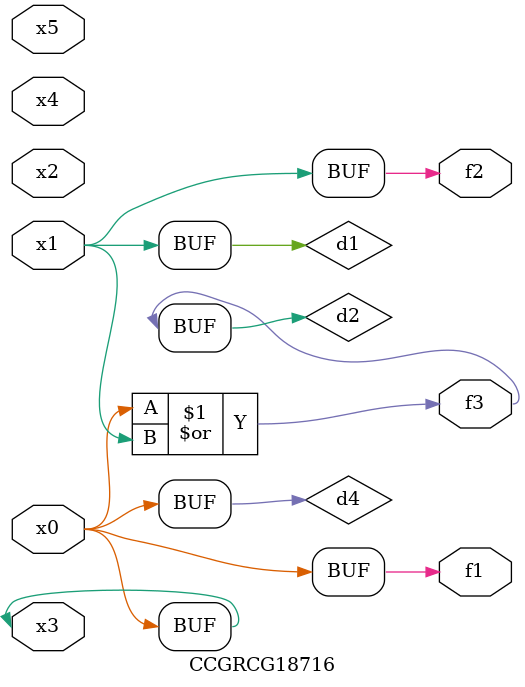
<source format=v>
module CCGRCG18716(
	input x0, x1, x2, x3, x4, x5,
	output f1, f2, f3
);

	wire d1, d2, d3, d4;

	and (d1, x1);
	or (d2, x0, x1);
	nand (d3, x0, x5);
	buf (d4, x0, x3);
	assign f1 = d4;
	assign f2 = d1;
	assign f3 = d2;
endmodule

</source>
